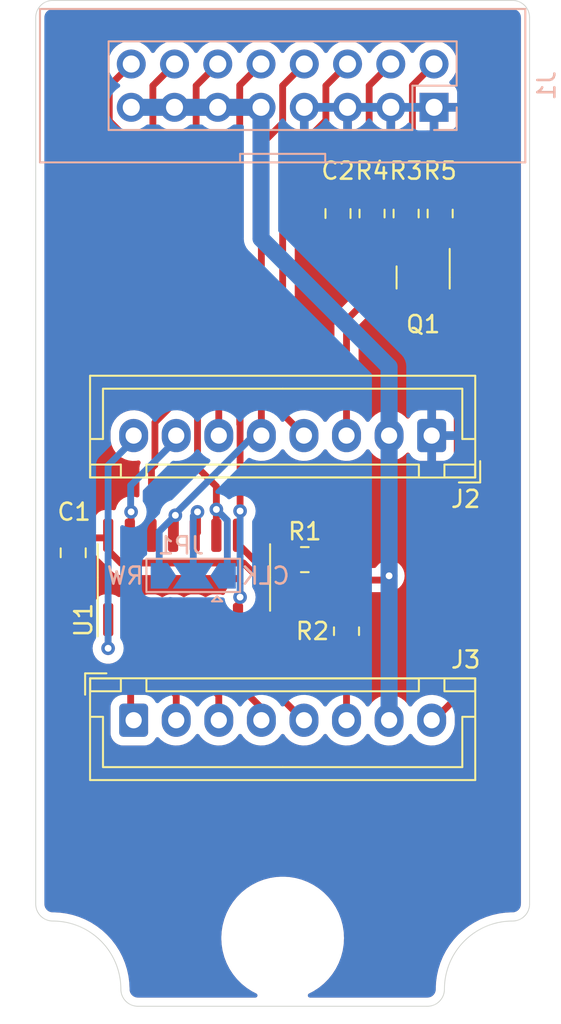
<source format=kicad_pcb>
(kicad_pcb (version 20211014) (generator pcbnew)
  (layers (0 "F.Cu" signal) (31 "B.Cu" signal) (34 "B.Paste" user) (35 "F.Paste" user) (36 "B.SilkS" user "B.Silkscreen") (37 "F.SilkS" user "F.Silkscreen") (38 "B.Mask" user) (39 "F.Mask" user) (44 "Edge.Cuts" user))
  (net 0 "")
  (net 1 "+5V")
  (net 2 "GND")
  (net 3 "/D0")
  (net 4 "/D1")
  (net 5 "/D2")
  (net 6 "/D3")
  (net 7 "/D4")
  (net 8 "/D5")
  (net 9 "/D6")
  (net 10 "VO")
  (net 11 "K")
  (net 12 "Net-(Q1-Pad1)")
  (net 13 "K-SIGNAL")
  (net 14 "VO-SIGNAL")
  (net 16 "RW")
  (net 17 "CLK")
  (net 18 "DAT")
  (net 19 "RS")
  (net 20 "E")
  (net 21 "D7")
  (net 22 "Net-(U1-Pad12)")
  (net 23 "Net-(R1-Pad1)")
  (footprint "MountingHole:MountingHole_3.2mm_M3" (layer "F.Cu") (at 34.5 75)
    (fp_text reference "REF**" hide)
    (fp_text value "MountingHole_3.2mm_M3")
    (pad "" np_thru_hole circle locked (at 0 0) (size 3.2 3.2) (drill 3.2) (layers *.Cu *.Mask))
  )
  (footprint "Resistor_SMD:R_0805_2012Metric" (layer "F.Cu") (at 35.8 52.8)
    (fp_text reference "R1" (at 0 -1.65) (layer "F.SilkS"))
    (fp_text value "10k")
    (fp_line (start -0.227064 -0.735) (end 0.227064 -0.735) (layer "F.SilkS") (width 0.12))
    (fp_line (start -0.227064 0.735) (end 0.227064 0.735) (layer "F.SilkS") (width 0.12))
    (pad "1" smd roundrect (at -0.9125 0) (size 1.025 1.4) (layers "F.Cu" "F.Paste" "F.Mask") (roundrect_rratio 0.243902) (net 23 "Net-(R1-Pad1)"))
    (pad "2" smd roundrect (at 0.9125 0) (size 1.025 1.4) (layers "F.Cu" "F.Paste" "F.Mask") (roundrect_rratio 0.243902) (net 1 "+5V"))
  )
  (footprint "Connector_JST:JST_XH_B8B-XH-A_1x08_P2.50mm_Vertical" (layer "F.Cu") (at 25.75 62.221)
    (fp_text reference "J3" (at 19.5 -3.55) (layer "F.SilkS"))
    (fp_text value "Conn_01x08")
    (fp_line (start 16.75 -1.7) (end 16.75 -2.45) (layer "F.SilkS") (width 0.12))
    (fp_line (start -0.75 -2.45) (end -2.55 -2.45) (layer "F.SilkS") (width 0.12))
    (fp_line (start 20.06 3.51) (end 20.06 -2.46) (layer "F.SilkS") (width 0.12))
    (fp_line (start 0.75 -1.7) (end 16.75 -1.7) (layer "F.SilkS") (width 0.12))
    (fp_line (start 20.05 -0.2) (end 19.3 -0.2) (layer "F.SilkS") (width 0.12))
    (fp_line (start 20.05 -1.7) (end 20.05 -2.45) (layer "F.SilkS") (width 0.12))
    (fp_line (start 16.75 -2.45) (end 0.75 -2.45) (layer "F.SilkS") (width 0.12))
    (fp_line (start 19.3 2.75) (end 8.75 2.75) (layer "F.SilkS") (width 0.12))
    (fp_line (start -0.75 -1.7) (end -0.75 -2.45) (layer "F.SilkS") (width 0.12))
    (fp_line (start -1.8 -0.2) (end -1.8 2.75) (layer "F.SilkS") (width 0.12))
    (fp_line (start -2.56 3.51) (end 20.06 3.51) (layer "F.SilkS") (width 0.12))
    (fp_line (start -2.56 -2.46) (end -2.56 3.51) (layer "F.SilkS") (width 0.12))
    (fp_line (start -1.6 -2.75) (end -2.85 -2.75) (layer "F.SilkS") (width 0.12))
    (fp_line (start -2.55 -1.7) (end -0.75 -1.7) (layer "F.SilkS") (width 0.12))
    (fp_line (start 0.75 -2.45) (end 0.75 -1.7) (layer "F.SilkS") (width 0.12))
    (fp_line (start 18.25 -2.45) (end 18.25 -1.7) (layer "F.SilkS") (width 0.12))
    (fp_line (start 18.25 -1.7) (end 20.05 -1.7) (layer "F.SilkS") (width 0.12))
    (fp_line (start 20.06 -2.46) (end -2.56 -2.46) (layer "F.SilkS") (width 0.12))
    (fp_line (start -2.85 -2.75) (end -2.85 -1.5) (layer "F.SilkS") (width 0.12))
    (fp_line (start -2.55 -0.2) (end -1.8 -0.2) (layer "F.SilkS") (width 0.12))
    (fp_line (start 20.05 -2.45) (end 18.25 -2.45) (layer "F.SilkS") (width 0.12))
    (fp_line (start 19.3 -0.2) (end 19.3 2.75) (layer "F.SilkS") (width 0.12))
    (fp_line (start -1.8 2.75) (end 8.75 2.75) (layer "F.SilkS") (width 0.12))
    (fp_line (start -2.55 -2.45) (end -2.55 -1.7) (layer "F.SilkS") (width 0.12))
    (pad "1" thru_hole roundrect (at 0 0) (size 1.7 1.95) (drill 0.95) (layers *.Cu *.Mask) (roundrect_rratio 0.147059) (net 5 "/D2"))
    (pad "2" thru_hole oval (at 2.5 0) (size 1.7 1.95) (drill 0.95) (layers *.Cu *.Mask) (net 6 "/D3"))
    (pad "3" thru_hole oval (at 5 0) (size 1.7 1.95) (drill 0.95) (layers *.Cu *.Mask) (net 7 "/D4"))
    (pad "4" thru_hole oval (at 7.5 0) (size 1.7 1.95) (drill 0.95) (layers *.Cu *.Mask) (net 8 "/D5"))
    (pad "5" thru_hole oval (at 10 0) (size 1.7 1.95) (drill 0.95) (layers *.Cu *.Mask) (net 9 "/D6"))
    (pad "6" thru_hole oval (at 12.5 0) (size 1.7 1.95) (drill 0.95) (layers *.Cu *.Mask) (net 21 "D7"))
    (pad "7" thru_hole oval (at 15 0) (size 1.7 1.95) (drill 0.95) (layers *.Cu *.Mask) (net 1 "+5V"))
    (pad "8" thru_hole oval (at 17.5 0) (size 1.7 1.95) (drill 0.95) (layers *.Cu *.Mask) (net 11 "K"))
  )
  (footprint "Capacitor_SMD:C_0805_2012Metric" (layer "F.Cu") (at 22.2 52.4 -90)
    (fp_text reference "C1" (at -2.4 -0.05 180) (layer "F.SilkS"))
    (fp_text value "10uF")
    (fp_line (start -0.261252 0.735) (end 0.261252 0.735) (layer "F.SilkS") (width 0.12))
    (fp_line (start -0.261252 -0.735) (end 0.261252 -0.735) (layer "F.SilkS") (width 0.12))
    (pad "1" smd roundrect (at -0.95 0 270) (size 1 1.45) (layers "F.Cu" "F.Paste" "F.Mask") (net 1 "+5V"))
    (pad "2" smd roundrect (at 0.95 0 270) (size 1 1.45) (layers "F.Cu" "F.Paste" "F.Mask") (net 2 "GND"))
  )
  (footprint "Resistor_SMD:R_0805_2012Metric" (layer "F.Cu") (at 38.25 57 -90)
    (fp_text reference "R2" (at 0 2) (layer "F.SilkS"))
    (fp_text value "10k")
    (fp_line (start -0.227064 0.735) (end 0.227064 0.735) (layer "F.SilkS") (width 0.12))
    (fp_line (start -0.227064 -0.735) (end 0.227064 -0.735) (layer "F.SilkS") (width 0.12))
    (pad "1" smd roundrect (at -0.9125 0 270) (size 1.025 1.4) (layers "F.Cu" "F.Paste" "F.Mask") (roundrect_rratio 0.243902) (net 2 "GND"))
    (pad "2" smd roundrect (at 0.9125 0 270) (size 1.025 1.4) (layers "F.Cu" "F.Paste" "F.Mask") (roundrect_rratio 0.243902) (net 21 "D7"))
  )
  (footprint "Resistor_SMD:R_0805_2012Metric" (layer "F.Cu") (at 39.75 32.5 90)
    (fp_text reference "R4" (at 2.5 0 180) (layer "F.SilkS"))
    (fp_text value "1k")
    (fp_line (start -0.227064 -0.735) (end 0.227064 -0.735) (layer "F.SilkS") (width 0.12))
    (fp_line (start -0.227064 0.735) (end 0.227064 0.735) (layer "F.SilkS") (width 0.12))
    (pad "1" smd roundrect (at -0.9125 0 90) (size 1.025 1.4) (layers "F.Cu" "F.Paste" "F.Mask") (roundrect_rratio 0.243902) (net 10 "VO"))
    (pad "2" smd roundrect (at 0.9125 0 90) (size 1.025 1.4) (layers "F.Cu" "F.Paste" "F.Mask") (roundrect_rratio 0.243902) (net 14 "VO-SIGNAL"))
  )
  (footprint "Package_SO:SOIC-16_3.9x9.9mm_P1.27mm" (layer "F.Cu") (at 28.702 53.848 90)
    (fp_text reference "U1" (at -2.5 -5.9 90) (layer "F.SilkS"))
    (fp_text value "74HC595")
    (fp_line (start 0 5.06) (end -1.95 5.06) (layer "F.SilkS") (width 0.12))
    (fp_line (start 0 5.06) (end 1.95 5.06) (layer "F.SilkS") (width 0.12))
    (fp_line (start 0 -5.06) (end 1.95 -5.06) (layer "F.SilkS") (width 0.12))
    (fp_line (start 0 -5.06) (end -3.45 -5.06) (layer "F.SilkS") (width 0.12))
    (pad "1" smd roundrect (at -2.475 -4.445 90) (size 1.95 0.6) (layers "F.Cu" "F.Paste" "F.Mask") (net 4 "/D1"))
    (pad "2" smd roundrect (at -2.475 -3.175 90) (size 1.95 0.6) (layers "F.Cu" "F.Paste" "F.Mask") (net 5 "/D2"))
    (pad "3" smd roundrect (at -2.475 -1.905 90) (size 1.95 0.6) (layers "F.Cu" "F.Paste" "F.Mask") (net 6 "/D3"))
    (pad "4" smd roundrect (at -2.475 -0.635 90) (size 1.95 0.6) (layers "F.Cu" "F.Paste" "F.Mask") (net 7 "/D4"))
    (pad "5" smd roundrect (at -2.475 0.635 90) (size 1.95 0.6) (layers "F.Cu" "F.Paste" "F.Mask") (net 8 "/D5"))
    (pad "6" smd roundrect (at -2.475 1.905 90) (size 1.95 0.6) (layers "F.Cu" "F.Paste" "F.Mask") (net 9 "/D6"))
    (pad "7" smd roundrect (at -2.475 3.175 90) (size 1.95 0.6) (layers "F.Cu" "F.Paste" "F.Mask") (net 21 "D7"))
    (pad "8" smd roundrect (at -2.475 4.445 90) (size 1.95 0.6) (layers "F.Cu" "F.Paste" "F.Mask") (net 2 "GND"))
    (pad "9" smd roundrect (at 2.475 4.445 90) (size 1.95 0.6) (layers "F.Cu" "F.Paste" "F.Mask"))
    (pad "10" smd roundrect (at 2.475 3.175 90) (size 1.95 0.6) (layers "F.Cu" "F.Paste" "F.Mask") (net 23 "Net-(R1-Pad1)"))
    (pad "11" smd roundrect (at 2.475 1.905 90) (size 1.95 0.6) (layers "F.Cu" "F.Paste" "F.Mask") (net 17 "CLK"))
    (pad "12" smd roundrect (at 2.475 0.635 90) (size 1.95 0.6) (layers "F.Cu" "F.Paste" "F.Mask") (net 22 "Net-(U1-Pad12)"))
    (pad "13" smd roundrect (at 2.475 -0.635 90) (size 1.95 0.6) (layers "F.Cu" "F.Paste" "F.Mask") (net 16 "RW"))
    (pad "14" smd roundrect (at 2.475 -1.905 90) (size 1.95 0.6) (layers "F.Cu" "F.Paste" "F.Mask") (net 18 "DAT"))
    (pad "15" smd roundrect (at 2.475 -3.175 90) (size 1.95 0.6) (layers "F.Cu" "F.Paste" "F.Mask") (net 3 "/D0"))
    (pad "16" smd roundrect (at 2.475 -4.445 90) (size 1.95 0.6) (layers "F.Cu" "F.Paste" "F.Mask") (net 1 "+5V"))
  )
  (footprint "Resistor_SMD:R_0805_2012Metric" (layer "F.Cu") (at 43.75 32.5 90)
    (fp_text reference "R5" (at 2.5 0 180) (layer "F.SilkS"))
    (fp_text value "120")
    (fp_line (start -0.227064 -0.735) (end 0.227064 -0.735) (layer "F.SilkS") (width 0.12))
    (fp_line (start -0.227064 0.735) (end 0.227064 0.735) (layer "F.SilkS") (width 0.12))
    (pad "1" smd roundrect (at -0.9125 0 90) (size 1.025 1.4) (layers "F.Cu" "F.Paste" "F.Mask") (roundrect_rratio 0.243902) (net 12 "Net-(Q1-Pad1)"))
    (pad "2" smd roundrect (at 0.9125 0 90) (size 1.025 1.4) (layers "F.Cu" "F.Paste" "F.Mask") (roundrect_rratio 0.243902) (net 13 "K-SIGNAL"))
  )
  (footprint "Package_TO_SOT_SMD:SOT-23" (layer "F.Cu") (at 42.75 36.25 -90)
    (fp_text reference "Q1" (at 2.75 0 180) (layer "F.SilkS"))
    (fp_text value "Q_NMOS_GSD")
    (fp_line (start 0 1.56) (end 0.65 1.56) (layer "F.SilkS") (width 0.12))
    (fp_line (start 0 -1.56) (end 0.65 -1.56) (layer "F.SilkS") (width 0.12))
    (fp_line (start 0 1.56) (end -0.65 1.56) (layer "F.SilkS") (width 0.12))
    (fp_line (start 0 -1.56) (end -1.675 -1.56) (layer "F.SilkS") (width 0.12))
    (pad "1" smd roundrect (at -0.9375 -0.95 270) (size 1.475 0.6) (layers "F.Cu" "F.Paste" "F.Mask") (net 12 "Net-(Q1-Pad1)"))
    (pad "2" smd roundrect (at -0.9375 0.95 270) (size 1.475 0.6) (layers "F.Cu" "F.Paste" "F.Mask") (net 2 "GND"))
    (pad "3" smd roundrect (at 0.9375 0 270) (size 1.475 0.6) (layers "F.Cu" "F.Paste" "F.Mask") (net 11 "K"))
  )
  (footprint "Connector_JST:JST_XH_B8B-XH-A_1x08_P2.50mm_Vertical" (layer "F.Cu") (at 43.25 45.525 180)
    (fp_text reference "J2" (at -2 -3.725) (layer "F.SilkS"))
    (fp_text value "Conn_01x08")
    (fp_line (start 19.3 2.75) (end 8.75 2.75) (layer "F.SilkS") (width 0.12))
    (fp_line (start 20.05 -2.45) (end 18.25 -2.45) (layer "F.SilkS") (width 0.12))
    (fp_line (start -2.55 -2.45) (end -2.55 -1.7) (layer "F.SilkS") (width 0.12))
    (fp_line (start 18.25 -1.7) (end 20.05 -1.7) (layer "F.SilkS") (width 0.12))
    (fp_line (start 16.75 -2.45) (end 0.75 -2.45) (layer "F.SilkS") (width 0.12))
    (fp_line (start 20.06 3.51) (end 20.06 -2.46) (layer "F.SilkS") (width 0.12))
    (fp_line (start 20.05 -1.7) (end 20.05 -2.45) (layer "F.SilkS") (width 0.12))
    (fp_line (start 0.75 -1.7) (end 16.75 -1.7) (layer "F.SilkS") (width 0.12))
    (fp_line (start 20.06 -2.46) (end -2.56 -2.46) (layer "F.SilkS") (width 0.12))
    (fp_line (start -1.8 2.75) (end 8.75 2.75) (layer "F.SilkS") (width 0.12))
    (fp_line (start -1.6 -2.75) (end -2.85 -2.75) (layer "F.SilkS") (width 0.12))
    (fp_line (start 18.25 -2.45) (end 18.25 -1.7) (layer "F.SilkS") (width 0.12))
    (fp_line (start -2.55 -1.7) (end -0.75 -1.7) (layer "F.SilkS") (width 0.12))
    (fp_line (start 16.75 -1.7) (end 16.75 -2.45) (layer "F.SilkS") (width 0.12))
    (fp_line (start -2.56 3.51) (end 20.06 3.51) (layer "F.SilkS") (width 0.12))
    (fp_line (start 20.05 -0.2) (end 19.3 -0.2) (layer "F.SilkS") (width 0.12))
    (fp_line (start -2.85 -2.75) (end -2.85 -1.5) (layer "F.SilkS") (width 0.12))
    (fp_line (start -0.75 -2.45) (end -2.55 -2.45) (layer "F.SilkS") (width 0.12))
    (fp_line (start 19.3 -0.2) (end 19.3 2.75) (layer "F.SilkS") (width 0.12))
    (fp_line (start 0.75 -2.45) (end 0.75 -1.7) (layer "F.SilkS") (width 0.12))
    (fp_line (start -1.8 -0.2) (end -1.8 2.75) (layer "F.SilkS") (width 0.12))
    (fp_line (start -0.75 -1.7) (end -0.75 -2.45) (layer "F.SilkS") (width 0.12))
    (fp_line (start -2.55 -0.2) (end -1.8 -0.2) (layer "F.SilkS") (width 0.12))
    (fp_line (start -2.56 -2.46) (end -2.56 3.51) (layer "F.SilkS") (width 0.12))
    (pad "1" thru_hole roundrect (at 0 0 180) (size 1.7 1.95) (drill 0.95) (layers *.Cu *.Mask) (roundrect_rratio 0.147059) (net 2 "GND"))
    (pad "2" thru_hole oval (at 2.5 0 180) (size 1.7 1.95) (drill 0.95) (layers *.Cu *.Mask) (net 1 "+5V"))
    (pad "3" thru_hole oval (at 5 0 180) (size 1.7 1.95) (drill 0.95) (layers *.Cu *.Mask) (net 10 "VO"))
    (pad "4" thru_hole oval (at 7.5 0 180) (size 1.7 1.95) (drill 0.95) (layers *.Cu *.Mask) (net 19 "RS"))
    (pad "5" thru_hole oval (at 10 0 180) (size 1.7 1.95) (drill 0.95) (layers *.Cu *.Mask) (net 16 "RW"))
    (pad "6" thru_hole oval (at 12.5 0 180) (size 1.7 1.95) (drill 0.95) (layers *.Cu *.Mask) (net 20 "E"))
    (pad "7" thru_hole oval (at 15 0 180) (size 1.7 1.95) (drill 0.95) (layers *.Cu *.Mask) (net 3 "/D0"))
    (pad "8" thru_hole oval (at 17.5 0 180) (size 1.7 1.95) (drill 0.95) (layers *.Cu *.Mask) (net 4 "/D1"))
  )
  (footprint "Capacitor_SMD:C_0805_2012Metric" (layer "F.Cu") (at 37.75 32.5 90)
    (fp_text reference "C2" (at 2.5 0 180) (layer "F.SilkS"))
    (fp_text value "22uF")
    (fp_line (start -0.261252 -0.735) (end 0.261252 -0.735) (layer "F.SilkS") (width 0.12))
    (fp_line (start -0.261252 0.735) (end 0.261252 0.735) (layer "F.SilkS") (width 0.12))
    (pad "1" smd roundrect (at -0.95 0 90) (size 1 1.45) (layers "F.Cu" "F.Paste" "F.Mask") (net 10 "VO"))
    (pad "2" smd roundrect (at 0.95 0 90) (size 1 1.45) (layers "F.Cu" "F.Paste" "F.Mask") (net 2 "GND"))
  )
  (footprint "Resistor_SMD:R_0805_2012Metric" (layer "F.Cu") (at 41.75 32.5 90)
    (fp_text reference "R3" (at 2.5 0 180) (layer "F.SilkS"))
    (fp_text value "47k")
    (fp_line (start -0.227064 0.735) (end 0.227064 0.735) (layer "F.SilkS") (width 0.12))
    (fp_line (start -0.227064 -0.735) (end 0.227064 -0.735) (layer "F.SilkS") (width 0.12))
    (pad "1" smd roundrect (at -0.9125 0 90) (size 1.025 1.4) (layers "F.Cu" "F.Paste" "F.Mask") (roundrect_rratio 0.243902) (net 2 "GND"))
    (pad "2" smd roundrect (at 0.9125 0 90) (size 1.025 1.4) (layers "F.Cu" "F.Paste" "F.Mask") (roundrect_rratio 0.243902) (net 13 "K-SIGNAL"))
  )
  (footprint "KTANE:PinHeader_2x08_P2.54mm_Vertical-Centered" (layer "B.Cu") (at 34.5 25 90)
    (fp_text reference "J1" (at 0 15.5 270) (layer "B.SilkS") (effects (justify mirror)))
    (fp_text value "In")
    (fp_line (start -4.5 -14.25) (end -4.5 0) (layer "B.SilkS") (width 0.12))
    (fp_line (start -2.6 -10.22) (end 2.6 -10.22) (layer "B.SilkS") (width 0.12))
    (fp_line (start -2.6 10.22) (end -1.27 10.22) (layer "B.SilkS") (width 0.12))
    (fp_line (start -4 -2.5) (end -4.5 -2.5) (layer "B.SilkS") (width 0.12))
    (fp_line (start 2.6 10.22) (end 2.6 -10.22) (layer "B.SilkS") (width 0.12))
    (fp_line (start 0 7.62) (end 0 10.22) (layer "B.SilkS") (width 0.12))
    (fp_line (start 0 10.22) (end 2.6 10.22) (layer "B.SilkS") (width 0.12))
    (fp_line (start -2.6 8.89) (end -2.6 10.22) (layer "B.SilkS") (width 0.12))
    (fp_line (start -4.5 2.5) (end -4 2.5) (layer "B.SilkS") (width 0.12))
    (fp_line (start -4 2.5) (end -4 -2.5) (layer "B.SilkS") (width 0.12))
    (fp_line (start 4.5 -14.25) (end -4.5 -14.25) (layer "B.SilkS") (width 0.12))
    (fp_line (start 4.5 14.25) (end 4.5 -14.25) (layer "B.SilkS") (width 0.12))
    (fp_line (start -2.6 7.62) (end -2.6 -10.22) (layer "B.SilkS") (width 0.12))
    (fp_line (start -2.6 7.62) (end 0 7.62) (layer "B.SilkS") (width 0.12))
    (fp_line (start -4.5 0) (end -4.5 14.25) (layer "B.SilkS") (width 0.12))
    (fp_line (start -4.5 14.25) (end 4.5 14.25) (layer "B.SilkS") (width 0.12))
    (pad "1" thru_hole rect locked (at -1.27 8.89 90) (size 1.7 1.7) (drill 1) (layers *.Cu *.Mask) (net 2 "GND"))
    (pad "2" thru_hole oval locked (at 1.27 8.89 90) (size 1.7 1.7) (drill 1) (layers *.Cu *.Mask) (net 13 "K-SIGNAL"))
    (pad "3" thru_hole oval locked (at -1.27 6.35 90) (size 1.7 1.7) (drill 1) (layers *.Cu *.Mask) (net 2 "GND"))
    (pad "4" thru_hole oval locked (at 1.27 6.35 90) (size 1.7 1.7) (drill 1) (layers *.Cu *.Mask) (net 14 "VO-SIGNAL"))
    (pad "5" thru_hole oval locked (at -1.27 3.81 90) (size 1.7 1.7) (drill 1) (layers *.Cu *.Mask) (net 2 "GND"))
    (pad "6" thru_hole oval locked (at 1.27 3.81 90) (size 1.7 1.7) (drill 1) (layers *.Cu *.Mask) (net 19 "RS"))
    (pad "7" thru_hole oval locked (at -1.27 1.27 90) (size 1.7 1.7) (drill 1) (layers *.Cu *.Mask) (net 2 "GND"))
    (pad "8" thru_hole oval locked (at 1.27 1.27 90) (size 1.7 1.7) (drill 1) (layers *.Cu *.Mask) (net 16 "RW"))
    (pad "9" thru_hole oval locked (at -1.27 -1.27 90) (size 1.7 1.7) (drill 1) (layers *.Cu *.Mask) (net 1 "+5V"))
    (pad "10" thru_hole oval locked (at 1.27 -1.27 90) (size 1.7 1.7) (drill 1) (layers *.Cu *.Mask) (net 21 "D7"))
    (pad "11" thru_hole oval locked (at -1.27 -3.81 90) (size 1.7 1.7) (drill 1) (layers *.Cu *.Mask) (net 1 "+5V"))
    (pad "12" thru_hole oval locked (at 1.27 -3.81 90) (size 1.7 1.7) (drill 1) (layers *.Cu *.Mask) (net 20 "E"))
    (pad "13" thru_hole oval locked (at -1.27 -6.35 90) (size 1.7 1.7) (drill 1) (layers *.Cu *.Mask) (net 1 "+5V"))
    (pad "14" thru_hole oval locked (at 1.27 -6.35 90) (size 1.7 1.7) (drill 1) (layers *.Cu *.Mask) (net 17 "CLK"))
    (pad "15" thru_hole oval locked (at -1.27 -8.89 90) (size 1.7 1.7) (drill 1) (layers *.Cu *.Mask) (net 1 "+5V"))
    (pad "16" thru_hole oval locked (at 1.27 -8.89 90) (size 1.7 1.7) (drill 1) (layers *.Cu *.Mask) (net 18 "DAT"))
  )
  (footprint "Jumper:SolderJumper-3_P2.0mm_Open_TrianglePad1.0x1.5mm" (layer "B.Cu") (at 29.25 53.75 180)
    (fp_text reference "JP1" (at 0.725 1.775) (layer "B.SilkS") (effects (justify mirror)))
    (fp_text value "Jumper_3_Open")
    (fp_line (start -1.1 -1.5) (end -1.4 -1.2) (layer "B.SilkS") (width 0.12))
    (fp_line (start 2.75 -0.95) (end -2.75 -0.95) (layer "B.SilkS") (width 0.12))
    (fp_line (start -1.7 -1.5) (end -1.1 -1.5) (layer "B.SilkS") (width 0.12))
    (fp_line (start -2.75 -0.95) (end -2.75 1) (layer "B.SilkS") (width 0.12))
    (fp_line (start -2.75 1) (end 2.75 1) (layer "B.SilkS") (width 0.12))
    (fp_line (start 2.75 1) (end 2.75 -0.95) (layer "B.SilkS") (width 0.12))
    (fp_line (start -1.4 -1.2) (end -1.7 -1.5) (layer "B.SilkS") (width 0.12))
    (pad "1" smd custom (at -2 0 180) (size 0.3 0.3) (layers "B.Cu" "B.Mask") (net 17 "CLK") (options (clearance outline) (anchor rect)) (primitives (gr_poly (pts (xy 1 0) (xy 0.5 -0.75) (xy -0.5 -0.75) (xy -0.5 0.75) (xy 0.5 0.75)) (width 0) (fill yes))))
    (pad "2" smd custom (at 0 0 180) (size 0.3 0.3) (layers "B.Cu") (net 22 "Net-(U1-Pad12)") (options (clearance outline) (anchor rect)) (primitives (gr_poly (pts (xy 0.7 0) (xy 1.2 -0.75) (xy -1.2 -0.75) (xy -0.7 0) (xy -1.2 0.75) (xy 1.2 0.75)) (width 0) (fill yes))))
    (pad "3" smd custom (at 2 0) (size 0.3 0.3) (layers "B.Cu" "B.Mask") (net 16 "RW") (options (clearance outline) (anchor rect)) (primitives (gr_poly (pts (xy 1 0) (xy 0.5 -0.75) (xy -0.5 -0.75) (xy -0.5 0.75) (xy 0.5 0.75)) (width 0) (fill yes))))
  )
  (gr_line (start 21 20) (end 48 20) (layer "Edge.Cuts") (width 0.05))
  (gr_line (start 49 21) (end 49 73) (layer "Edge.Cuts") (width 0.05))
  (gr_line (start 43 79) (end 26 79) (layer "Edge.Cuts") (width 0.05))
  (gr_line (start 20 73) (end 20 21) (layer "Edge.Cuts") (width 0.05))
  (gr_arc (start 20 21) (mid 20.292893 20.292893) (end 21 20) (layer "Edge.Cuts") (width 0.05))
  (gr_arc (start 48 20) (mid 48.707107 20.292893) (end 49 21) (layer "Edge.Cuts") (width 0.05))
  (gr_arc (start 26 79) (mid 25.292893 78.707107) (end 25 78) (layer "Edge.Cuts") (width 0.05))
  (gr_arc (start 21 74) (mid 23.828427 75.171573) (end 25 78) (layer "Edge.Cuts") (width 0.05))
  (gr_arc (start 21 74) (mid 20.292893 73.707107) (end 20 73) (layer "Edge.Cuts") (width 0.05))
  (gr_arc (start 44 78) (mid 43.707107 78.707107) (end 43 79) (layer "Edge.Cuts") (width 0.05))
  (gr_arc (start 49 73) (mid 48.707107 73.707107) (end 48 74) (layer "Edge.Cuts") (width 0.05))
  (gr_arc (start 44 78) (mid 45.171573 75.171573) (end 48 74) (layer "Edge.Cuts") (width 0.05))
  (gr_text "CLK" (at 33.5 53.75) (layer "B.SilkS") (effects (font (size 1 1)) (justify mirror)))
  (gr_text "RW" (at 25.25 53.75) (layer "B.SilkS") (effects (font (size 1 1)) (justify mirror)))
  (segment (start 25 53) (end 32.2 53) (width 0.4) (layer "F.Cu") (net 1))
  (segment (start 24.305 52.305) (end 25 53) (width 0.4) (layer "F.Cu") (net 1))
  (segment (start 36.8 54) (end 40.5 54) (width 0.4) (layer "F.Cu") (net 1))
  (segment (start 34 54) (end 36.8 54) (width 0.4) (layer "F.Cu") (net 1))
  (segment (start 40.5 54) (end 40.75 53.75) (width 0.4) (layer "F.Cu") (net 1))
  (segment (start 32.8 53.6) (end 33.6 53.6) (width 0.4) (layer "F.Cu") (net 1))
  (segment (start 24.305 51.525) (end 24.305 52.305) (width 0.4) (layer "F.Cu") (net 1))
  (segment (start 33.6 53.6) (end 34 54) (width 0.4) (layer "F.Cu") (net 1))
  (segment (start 24.305 51.525) (end 22.325 51.525) (width 0.4) (layer "F.Cu") (net 1))
  (segment (start 36.7125 52.8) (end 36.7125 53.9125) (width 0.4) (layer "F.Cu") (net 1))
  (segment (start 32.2 53) (end 32.8 53.6) (width 0.4) (layer "F.Cu") (net 1))
  (segment (start 36.7125 53.9125) (end 36.8 54) (width 0.4) (layer "F.Cu") (net 1))
  (via (at 40.75 53.75) (size 0.8) (drill 0.4) (layers "F.Cu" "B.Cu") (net 1))
  (segment (start 33.23 26.27) (end 30.69 26.27) (width 1) (layer "B.Cu") (net 1))
  (segment (start 33.23 26.27) (end 33.23 33.97) (width 1) (layer "B.Cu") (net 1))
  (segment (start 40.75 45.775) (end 40.75 51.15) (width 1) (layer "B.Cu") (net 1))
  (segment (start 40.75 53.75) (end 40.75 62.25) (width 1) (layer "B.Cu") (net 1))
  (segment (start 40.75 45.775) (end 40.75 41.49) (width 1) (layer "B.Cu") (net 1))
  (segment (start 40.75 41.49) (end 33.23 33.97) (width 1) (layer "B.Cu") (net 1))
  (segment (start 30.69 26.27) (end 28.15 26.27) (width 1) (layer "B.Cu") (net 1))
  (segment (start 40.75 51.15) (end 40.75 53.75) (width 1) (layer "B.Cu") (net 1))
  (segment (start 28.15 26.27) (end 25.61 26.27) (width 1) (layer "B.Cu") (net 1))
  (segment (start 25.6 51.5) (end 25.575 51.525) (width 0.4) (layer "F.Cu") (net 3))
  (segment (start 25.6 50) (end 25.6 51.5) (width 0.4) (layer "F.Cu") (net 3))
  (via (at 25.6 50) (size 0.8) (drill 0.4) (layers "F.Cu" "B.Cu") (net 3))
  (segment (start 25.575 48.45) (end 25.575 49.975) (width 0.4) (layer "B.Cu") (net 3))
  (segment (start 25.575 49.975) (end 25.6 50) (width 0.4) (layer "B.Cu") (net 3))
  (segment (start 25.575 48.45) (end 28.25 45.775) (width 0.4) (layer "B.Cu") (net 3))
  (segment (start 24.25 56.53) (end 24.305 56.475) (width 0.4) (layer "F.Cu") (net 4))
  (segment (start 24.25 56.42) (end 24.305 56.475) (width 0.4) (layer "F.Cu") (net 4))
  (segment (start 24.25 58) (end 24.25 56.53) (width 0.4) (layer "F.Cu") (net 4))
  (via (at 24.25 58) (size 0.8) (drill 0.4) (layers "F.Cu" "B.Cu") (net 4))
  (segment (start 24.25 55) (end 24.25 58) (width 0.4) (layer "B.Cu") (net 4))
  (segment (start 24.25 47.275) (end 24.25 47.5) (width 0.4) (layer "B.Cu") (net 4))
  (segment (start 24.25 47.5) (end 24.25 55) (width 0.4) (layer "B.Cu") (net 4))
  (segment (start 25.75 45.775) (end 24.25 47.275) (width 0.4) (layer "B.Cu") (net 4))
  (segment (start 25.575 56.475) (end 25.575 62.075) (width 0.4) (layer "F.Cu") (net 5))
  (segment (start 25.575 62.075) (end 25.75 62.25) (width 0.4) (layer "F.Cu") (net 5))
  (segment (start 28.25 62.221) (end 28.25 60.75) (width 0.4) (layer "F.Cu") (net 6))
  (segment (start 28.25 60.75) (end 26.845 59.345) (width 0.4) (layer "F.Cu") (net 6))
  (segment (start 26.845 56.475) (end 26.845 59.345) (width 0.4) (layer "F.Cu") (net 6))
  (segment (start 30.75 60.77) (end 28.115 58.135) (width 0.4) (layer "F.Cu") (net 7))
  (segment (start 28.115 56.475) (end 28.115 58.135) (width 0.4) (layer "F.Cu") (net 7))
  (segment (start 30.75 62.221) (end 30.75 60.77) (width 0.4) (layer "F.Cu") (net 7))
  (segment (start 33.25 61.5) (end 29.385 57.635) (width 0.4) (layer "F.Cu") (net 8))
  (segment (start 33.25 62.221) (end 33.25 61.5) (width 0.4) (layer "F.Cu") (net 8))
  (segment (start 29.385 56.475) (end 29.385 57.615) (width 0.4) (layer "F.Cu") (net 8))
  (segment (start 29.385 57.635) (end 29.385 57.615) (width 0.4) (layer "F.Cu") (net 8))
  (segment (start 30.655 57.155) (end 35.75 62.25) (width 0.4) (layer "F.Cu") (net 9))
  (segment (start 30.655 56.475) (end 30.655 57.155) (width 0.4) (layer "F.Cu") (net 9))
  (segment (start 39.75 37.25) (end 39.25 37.75) (width 0.4) (layer "F.Cu") (net 10))
  (segment (start 39.7125 33.45) (end 39.75 33.4125) (width 0.4) (layer "F.Cu") (net 10))
  (segment (start 39.75 33.4125) (end 39.75 37.25) (width 0.4) (layer "F.Cu") (net 10))
  (segment (start 38.25 38.75) (end 39.25 37.75) (width 0.4) (layer "F.Cu") (net 10))
  (segment (start 37.75 33.45) (end 39.7125 33.45) (width 0.4) (layer "F.Cu") (net 10))
  (segment (start 38.25 45.775) (end 38.25 38.75) (width 0.4) (layer "F.Cu") (net 10))
  (segment (start 42.75 37.1875) (end 44.75 39.1875) (width 0.4) (layer "F.Cu") (net 11))
  (segment (start 44.75 60.85) (end 44.675 60.925) (width 0.4) (layer "F.Cu") (net 11))
  (segment (start 44.75 39.1875) (end 44.75 60.85) (width 0.4) (layer "F.Cu") (net 11))
  (segment (start 43.25 62.25) (end 43.35 62.25) (width 0.4) (layer "F.Cu") (net 11))
  (segment (start 43.35 62.25) (end 44.675 60.925) (width 0.4) (layer "F.Cu") (net 11))
  (segment (start 43.75 33.4125) (end 43.75 35.2625) (width 0.4) (layer "F.Cu") (net 12))
  (segment (start 42.12 25) (end 42.12 31.2175) (width 0.4) (layer "F.Cu") (net 13))
  (segment (start 42.12 31.2175) (end 41.75 31.5875) (width 0.4) (layer "F.Cu") (net 13))
  (segment (start 41.75 31.5875) (end 43.75 31.5875) (width 0.4) (layer "F.Cu") (net 13))
  (segment (start 43.39 23.73) (end 42.12 25) (width 0.4) (layer "F.Cu") (net 13))
  (segment (start 39.58 28.08) (end 39.58 31.4175) (width 0.4) (layer "F.Cu") (net 14))
  (segment (start 39.58 25) (end 39.58 28.08) (width 0.4) (layer "F.Cu") (net 14))
  (segment (start 39.58 31.4175) (end 39.75 31.5875) (width 0.4) (layer "F.Cu") (net 14))
  (segment (start 40.85 23.73) (end 39.58 25) (width 0.4) (layer "F.Cu") (net 14))
  (segment (start 34.5 25) (end 34.5 27.19) (width 0.4) (layer "F.Cu") (net 16))
  (segment (start 34.5 27.19) (end 33.25 28.44) (width 0.4) (layer "F.Cu") (net 16))
  (segment (start 28.2 51.44) (end 28.115 51.525) (width 0.4) (layer "F.Cu") (net 16))
  (segment (start 28.2 50.2) (end 28.2 51.44) (width 0.4) (layer "F.Cu") (net 16))
  (segment (start 35.77 23.73) (end 34.5 25) (width 0.4) (layer "F.Cu") (net 16))
  (segment (start 33.25 28.44) (end 33.25 45.775) (width 0.4) (layer "F.Cu") (net 16))
  (via (at 28.2 50.2) (size 0.8) (drill 0.4) (layers "F.Cu" "B.Cu") (net 16))
  (segment (start 28.115 50.196701) (end 30.405851 47.905851) (width 0.4) (layer "B.Cu") (net 16))
  (segment (start 32.786702 45.525) (end 33.25 45.525) (width 0.4) (layer "B.Cu") (net 16))
  (segment (start 28.196701 50.196701) (end 28.2 50.2) (width 0.4) (layer "B.Cu") (net 16))
  (segment (start 30.405851 47.905851) (end 32.786702 45.525) (width 0.4) (layer "B.Cu") (net 16))
  (segment (start 27.25 51.15) (end 28.2 50.2) (width 0.4) (layer "B.Cu") (net 16))
  (segment (start 28.115 50.196701) (end 28.196701 50.196701) (width 0.4) (layer "B.Cu") (net 16))
  (segment (start 27.25 53.75) (end 27.25 51.15) (width 0.4) (layer "B.Cu") (net 16))
  (segment (start 28.15 23.73) (end 26.88 25) (width 0.4) (layer "F.Cu") (net 17))
  (segment (start 30.607 51.373) (end 30.607 49.857) (width 0.4) (layer "F.Cu") (net 17))
  (segment (start 29.5 47.4) (end 30.607 48.507) (width 0.4) (layer "F.Cu") (net 17))
  (segment (start 26.88 27.794) (end 29.5 30.414) (width 0.4) (layer "F.Cu") (net 17))
  (segment (start 27.08 24.8) (end 28.15 23.73) (width 0.4) (layer "F.Cu") (net 17))
  (segment (start 30.607 48.507) (end 30.607 49.857) (width 0.4) (layer "F.Cu") (net 17))
  (segment (start 29.5 30.414) (end 29.5 47.4) (width 0.4) (layer "F.Cu") (net 17))
  (segment (start 26.88 25) (end 26.88 27.794) (width 0.4) (layer "F.Cu") (net 17))
  (via (at 30.607 49.857) (size 0.8) (drill 0.4) (layers "F.Cu" "B.Cu") (net 17))
  (segment (start 31.25 53.75) (end 31.25 50.5) (width 0.4) (layer "B.Cu") (net 17))
  (segment (start 31.25 50.5) (end 30.607 49.857) (width 0.4) (layer "B.Cu") (net 17))
  (segment (start 26.845 51.525) (end 26.925 51.445) (width 0.4) (layer "F.Cu") (net 18))
  (segment (start 26.797 51.373) (end 26.797 47.453) (width 0.4) (layer "F.Cu") (net 18))
  (segment (start 24.317 27.067) (end 24.317 25.023) (width 0.4) (layer "F.Cu") (net 18))
  (segment (start 24.317 25.023) (end 25.61 23.73) (width 0.4) (layer "F.Cu") (net 18))
  (segment (start 27 47.25) (end 27 44.75) (width 0.4) (layer "F.Cu") (net 18))
  (segment (start 28.25 31) (end 24.317 27.067) (width 0.4) (layer "F.Cu") (net 18))
  (segment (start 26.797 47.453) (end 27 47.25) (width 0.4) (layer "F.Cu") (net 18))
  (segment (start 28.25 43.5) (end 28.25 31) (width 0.4) (layer "F.Cu") (net 18))
  (segment (start 27 44.75) (end 28.25 43.5) (width 0.4) (layer "F.Cu") (net 18))
  (segment (start 35.75 45.775) (end 35.75 45.5) (width 0.4) (layer "F.Cu") (net 19))
  (segment (start 37.04 27.04) (end 37.04 25) (width 0.4) (layer "F.Cu") (net 19))
  (segment (start 34.5 44.25) (end 34.5 29.58) (width 0.4) (layer "F.Cu") (net 19))
  (segment (start 34.5 29.58) (end 37.04 27.04) (width 0.4) (layer "F.Cu") (net 19))
  (segment (start 35.75 45.5) (end 34.5 44.25) (width 0.4) (layer "F.Cu") (net 19))
  (segment (start 37.04 25) (end 38.31 23.73) (width 0.4) (layer "F.Cu") (net 19))
  (segment (start 29.42 25) (end 30.69 23.73) (width 0.4) (layer "F.Cu") (net 20))
  (segment (start 29.42 28.62) (end 29.42 25) (width 0.4) (layer "F.Cu") (net 20))
  (segment (start 30.75 45.775) (end 30.75 29.95) (width 0.4) (layer "F.Cu") (net 20))
  (segment (start 30.75 29.95) (end 29.42 28.62) (width 0.4) (layer "F.Cu") (net 20))
  (segment (start 31.98 44.52) (end 31.98 44.862233) (width 0.4) (layer "F.Cu") (net 21))
  (segment (start 31.98 29.98) (end 31.98 28.73) (width 0.4) (layer "F.Cu") (net 21))
  (segment (start 38.25 57.9125) (end 32.983683 57.9125) (width 0.4) (layer "F.Cu") (net 21))
  (segment (start 31.98 24.98) (end 33.23 23.73) (width 0.4) (layer "F.Cu") (net 21))
  (segment (start 31.98 28.73) (end 31.98 44.52) (width 0.4) (layer "F.Cu") (net 21))
  (segment (start 31.925 55.075) (end 32 55) (width 0.4) (layer "F.Cu") (net 21))
  (segment (start 31.925 56.475) (end 31.925 55.075) (width 0.4) (layer "F.Cu") (net 21))
  (segment (start 31.98 28.73) (end 31.98 24.98) (width 0.4) (layer "F.Cu") (net 21))
  (segment (start 32 30) (end 31.98 29.98) (width 0.4) (layer "F.Cu") (net 21))
  (segment (start 31.925 55.75) (end 31.925 56.475) (width 0.4) (layer "F.Cu") (net 21))
  (segment (start 32 30) (end 32 49.9505) (width 0.4) (layer "F.Cu") (net 21))
  (segment (start 31.877 56.805817) (end 31.877 56.323) (width 0.4) (layer "F.Cu") (net 21))
  (segment (start 38.25 57.9125) (end 38.25 62.221) (width 0.4) (layer "F.Cu") (net 21))
  (segment (start 32.983683 57.9125) (end 31.877 56.805817) (width 0.4) (layer "F.Cu") (net 21))
  (via (at 32 55) (size 0.8) (drill 0.4) (layers "F.Cu" "B.Cu") (net 21))
  (via (at 32 49.9505) (size 0.8) (drill 0.4) (layers "F.Cu" "B.Cu") (net 21))
  (segment (start 32 49.9505) (end 32 55) (width 0.4) (layer "B.Cu") (net 21))
  (segment (start 29.5 50) (end 29.5 51.21) (width 0.4) (layer "F.Cu") (net 22))
  (segment (start 29.5 51.21) (end 29.337 51.373) (width 0.4) (layer "F.Cu") (net 22))
  (via (at 29.5 50) (size 0.8) (drill 0.4) (layers "F.Cu" "B.Cu") (net 22))
  (segment (start 29.25 50.25) (end 29.5 50) (width 0.4) (layer "B.Cu") (net 22))
  (segment (start 29.25 53.75) (end 29.25 50.25) (width 0.4) (layer "B.Cu") (net 22))
  (segment (start 33 53) (end 31.925 51.925) (width 0.4) (layer "F.Cu") (net 23))
  (segment (start 34.6875 53) (end 33 53) (width 0.4) (layer "F.Cu") (net 23))
  (segment (start 31.925 51.925) (end 31.925 51.525) (width 0.4) (layer "F.Cu") (net 23))
  (segment (start 34.8875 52.8) (end 34.6875 53) (width 0.4) (layer "F.Cu") (net 23))
  (zone (net 2) (net_name "GND") (layer "F.Cu") (connect_pads (clearance 0.508)) (min_thickness 0.254) (fill yes (thermal_gap 0.508) (thermal_bridge_width 0.508))
    (polygon (pts (xy 49 79) (xy 20 79) (xy 20 20) (xy 49 20)))
  )
  (zone (net 2) (net_name "GND") (layer "B.Cu") (connect_pads (clearance 0.508)) (min_thickness 0.254) (fill yes (thermal_gap 0.508) (thermal_bridge_width 0.508))
    (polygon (pts (xy 49 79) (xy 20 79) (xy 20 20) (xy 49 20)))
  )
)
</source>
